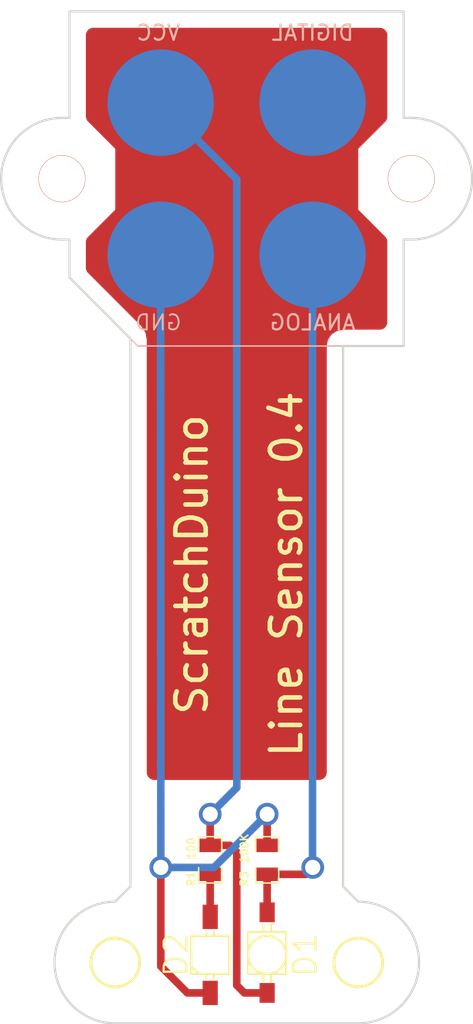
<source format=kicad_pcb>
(kicad_pcb (version 3) (host pcbnew "(2013-may-18)-stable")

  (general
    (links 7)
    (no_connects 0)
    (area 13.683999 13.9612 45.292001 81.575001)
    (thickness 1.6)
    (drawings 28)
    (tracks 31)
    (zones 0)
    (modules 7)
    (nets 5)
  )

  (page A3)
  (layers
    (15 F.Cu signal)
    (0 B.Cu signal)
    (16 B.Adhes user hide)
    (17 F.Adhes user hide)
    (18 B.Paste user)
    (19 F.Paste user)
    (20 B.SilkS user)
    (21 F.SilkS user)
    (22 B.Mask user hide)
    (23 F.Mask user hide)
    (24 Dwgs.User user hide)
    (25 Cmts.User user hide)
    (26 Eco1.User user hide)
    (27 Eco2.User user hide)
    (28 Edge.Cuts user)
  )

  (setup
    (last_trace_width 0.5)
    (trace_clearance 0.254)
    (zone_clearance 1)
    (zone_45_only no)
    (trace_min 0.254)
    (segment_width 0.2)
    (edge_width 0.15)
    (via_size 1.5)
    (via_drill 1)
    (via_min_size 0.889)
    (via_min_drill 0.508)
    (uvia_size 0.508)
    (uvia_drill 0.127)
    (uvias_allowed no)
    (uvia_min_size 0.508)
    (uvia_min_drill 0.127)
    (pcb_text_width 0.3)
    (pcb_text_size 1.5 1.5)
    (mod_edge_width 0.15)
    (mod_text_size 1.5 1.5)
    (mod_text_width 0.15)
    (pad_size 1.3 1)
    (pad_drill 0)
    (pad_to_mask_clearance 0.2)
    (aux_axis_origin 0 0)
    (visible_elements FFFFFFBF)
    (pcbplotparams
      (layerselection 284983297)
      (usegerberextensions false)
      (excludeedgelayer true)
      (linewidth 0.100000)
      (plotframeref false)
      (viasonmask false)
      (mode 1)
      (useauxorigin false)
      (hpglpennumber 1)
      (hpglpenspeed 20)
      (hpglpendiameter 15)
      (hpglpenoverlay 2)
      (psnegative false)
      (psa4output false)
      (plotreference true)
      (plotvalue true)
      (plotothertext true)
      (plotinvisibletext false)
      (padsonsilk false)
      (subtractmaskfromsilk false)
      (outputformat 1)
      (mirror false)
      (drillshape 0)
      (scaleselection 1)
      (outputdirectory PCB/))
  )

  (net 0 "")
  (net 1 N-000001)
  (net 2 N-000002)
  (net 3 N-000003)
  (net 4 N-000004)

  (net_class Default "Это класс цепей по умолчанию."
    (clearance 0.254)
    (trace_width 0.5)
    (via_dia 1.5)
    (via_drill 1)
    (uvia_dia 0.508)
    (uvia_drill 0.127)
    (add_net "")
    (add_net N-000001)
    (add_net N-000002)
    (add_net N-000003)
    (add_net N-000004)
  )

  (module NPHd3,1 (layer F.Cu) (tedit 562CFD24) (tstamp 562CFC5E)
    (at 21.5 76.5)
    (fp_text reference "" (at 0 -2.794) (layer F.SilkS)
      (effects (font (size 1 1) (thickness 0.15)))
    )
    (fp_text value "" (at 0.254 2.794) (layer F.SilkS)
      (effects (font (size 1 1) (thickness 0.15)))
    )
  )

  (module NPHd3,1 (layer F.Cu) (tedit 562CFD2A) (tstamp 562CFC64)
    (at 37.5 76.5)
    (fp_text reference "" (at 0 -2.794) (layer F.SilkS)
      (effects (font (size 1 1) (thickness 0.15)))
    )
    (fp_text value "" (at 0.254 2.794) (layer F.SilkS)
      (effects (font (size 1 1) (thickness 0.15)))
    )
  )

  (module SENSOR (layer B.Cu) (tedit 562D186A) (tstamp 562CF71F)
    (at 17.988 14.4652)
    (path /55D7A979)
    (fp_text reference P1 (at 11.43 2.54) (layer B.SilkS) hide
      (effects (font (size 1 1) (thickness 0.15)) (justify mirror))
    )
    (fp_text value "" (at 11 21) (layer B.SilkS)
      (effects (font (size 1 1) (thickness 0.15)) (justify mirror))
    )
    (fp_text user DIGITAL (at 16.51 1.905) (layer B.SilkS)
      (effects (font (size 1 1) (thickness 0.15)) (justify mirror))
    )
    (fp_text user VCC (at 6.35 1.905) (layer B.SilkS)
      (effects (font (size 1 1) (thickness 0.15)) (justify mirror))
    )
    (fp_text user ANALOG (at 16.51 20.955) (layer B.SilkS)
      (effects (font (size 1 1) (thickness 0.15)) (justify mirror))
    )
    (fp_text user GND (at 6.35 20.955) (layer B.SilkS)
      (effects (font (size 1 1) (thickness 0.125)) (justify mirror))
    )
    (fp_line (start 23 15.5) (end 22.5 15.5) (layer B.SilkS) (width 0.1))
    (fp_line (start 22.5 15.5) (end 22.5 22.5) (layer B.SilkS) (width 0.1))
    (fp_line (start 22.5 0.5) (end 22.5 7.5) (layer B.SilkS) (width 0.1))
    (fp_line (start 22.5 7.5) (end 23 7.5) (layer B.SilkS) (width 0.1))
    (fp_line (start 0 7.5) (end 0.5 7.5) (layer B.SilkS) (width 0.1))
    (fp_line (start 0.5 7.5) (end 0.5 0.5) (layer B.SilkS) (width 0.1))
    (fp_line (start 0 15.5) (end 0.5 15.5) (layer B.SilkS) (width 0.1))
    (fp_line (start 0.5 15.5) (end 0.5 17.5) (layer B.SilkS) (width 0.1))
    (fp_arc (start 23 11.5) (end 27 11.5) (angle -90) (layer B.SilkS) (width 0.1))
    (fp_arc (start 23 11.5) (end 23 15.5) (angle -90) (layer B.SilkS) (width 0.1))
    (fp_arc (start 0 11.5) (end 0 7.5) (angle -90) (layer B.SilkS) (width 0.1))
    (fp_arc (start 0 11.5) (end -4 11.5) (angle -90) (layer B.SilkS) (width 0.1))
    (fp_circle (center 0 11.5) (end 1.5 11.5) (layer B.SilkS) (width 0.1))
    (fp_circle (center 23 11.5) (end 24.5 11.5) (layer B.SilkS) (width 0.1))
    (fp_line (start 0.5 17.5) (end 0.5 18) (layer B.SilkS) (width 0.1))
    (fp_line (start 0.5 18) (end 5 22.5) (layer B.SilkS) (width 0.1))
    (fp_line (start 5 22.5) (end 22.5 22.5) (layer B.SilkS) (width 0.1))
    (fp_line (start 22.5 0.5) (end 0.5 0.5) (layer B.SilkS) (width 0.1))
    (pad 2 smd circle (at 6.5 6.5) (size 7 7)
      (layers B.Cu B.Mask)
      (net 2 N-000002)
      (solder_mask_margin 0.1)
    )
    (pad 3 smd circle (at 16.5 6.5) (size 7 7)
      (layers B.Cu B.Mask)
    )
    (pad 1 smd circle (at 6.5 16.5) (size 7 7)
      (layers B.Cu B.Mask)
      (net 3 N-000003)
    )
    (pad 4 smd circle (at 16.5 16.5) (size 7 7)
      (layers B.Cu B.Mask)
      (net 1 N-000001)
    )
    (pad "" np_thru_hole circle (at 0 11.5) (size 3.1 3.1) (drill 3)
      (layers *.Cu *.Mask B.SilkS)
    )
    (pad "" np_thru_hole circle (at 23 11.5) (size 3.1 3.1) (drill 3)
      (layers *.Cu *.Mask B.SilkS)
    )
  )

  (module SMD0805 (layer F.Cu) (tedit 562D000B) (tstamp 562CF73C)
    (at 27.75 70.75 270)
    (path /55D7A98A)
    (attr smd)
    (fp_text reference R1 (at 1.25 1.25 270) (layer F.SilkS)
      (effects (font (size 0.50038 0.50038) (thickness 0.10922)))
    )
    (fp_text value 100 (at -0.75 1.25 270) (layer F.SilkS)
      (effects (font (size 0.50038 0.50038) (thickness 0.10922)))
    )
    (fp_line (start -0.508 0.762) (end -1.524 0.762) (layer F.SilkS) (width 0.09906))
    (fp_line (start -1.524 0.762) (end -1.524 -0.762) (layer F.SilkS) (width 0.09906))
    (fp_line (start -1.524 -0.762) (end -0.508 -0.762) (layer F.SilkS) (width 0.09906))
    (fp_line (start 0.508 -0.762) (end 1.524 -0.762) (layer F.SilkS) (width 0.09906))
    (fp_line (start 1.524 -0.762) (end 1.524 0.762) (layer F.SilkS) (width 0.09906))
    (fp_line (start 1.524 0.762) (end 0.508 0.762) (layer F.SilkS) (width 0.09906))
    (pad 1 smd rect (at -0.9525 0 270) (size 0.889 1.397)
      (layers F.Cu F.Paste F.Mask)
      (net 2 N-000002)
    )
    (pad 2 smd rect (at 0.9525 0 270) (size 0.889 1.397)
      (layers F.Cu F.Paste F.Mask)
      (net 4 N-000004)
    )
    (model smd/chip_cms.wrl
      (at (xyz 0 0 0))
      (scale (xyz 0.1 0.1 0.1))
      (rotate (xyz 0 0 0))
    )
  )

  (module SMD0805 (layer F.Cu) (tedit 562CFFFF) (tstamp 562CFA3F)
    (at 31.5 70.75 90)
    (path /55D7A999)
    (attr smd)
    (fp_text reference R3 (at -1.25 -1.5 90) (layer F.SilkS)
      (effects (font (size 0.50038 0.50038) (thickness 0.10922)))
    )
    (fp_text value 100K (at 0.75 -1.5 90) (layer F.SilkS)
      (effects (font (size 0.50038 0.50038) (thickness 0.10922)))
    )
    (fp_line (start -0.508 0.762) (end -1.524 0.762) (layer F.SilkS) (width 0.09906))
    (fp_line (start -1.524 0.762) (end -1.524 -0.762) (layer F.SilkS) (width 0.09906))
    (fp_line (start -1.524 -0.762) (end -0.508 -0.762) (layer F.SilkS) (width 0.09906))
    (fp_line (start 0.508 -0.762) (end 1.524 -0.762) (layer F.SilkS) (width 0.09906))
    (fp_line (start 1.524 -0.762) (end 1.524 0.762) (layer F.SilkS) (width 0.09906))
    (fp_line (start 1.524 0.762) (end 0.508 0.762) (layer F.SilkS) (width 0.09906))
    (pad 1 smd rect (at -0.9525 0 90) (size 0.889 1.397)
      (layers F.Cu F.Paste F.Mask)
      (net 1 N-000001)
    )
    (pad 2 smd rect (at 0.9525 0 90) (size 0.889 1.397)
      (layers F.Cu F.Paste F.Mask)
      (net 3 N-000003)
    )
    (model smd/chip_cms.wrl
      (at (xyz 0 0 0))
      (scale (xyz 0.1 0.1 0.1))
      (rotate (xyz 0 0 0))
    )
  )

  (module VSMB2000 (layer F.Cu) (tedit 562CFFF2) (tstamp 562CF758)
    (at 27.75 77 90)
    (path /562CF4A9)
    (fp_text reference D2 (at 0 -2.25 90) (layer F.SilkS)
      (effects (font (size 1.5 1.5) (thickness 0.15)))
    )
    (fp_text value "" (at 0.5 2.75 90) (layer F.SilkS)
      (effects (font (size 1.5 1.5) (thickness 0.15)))
    )
    (fp_line (start -1.25 -0.75) (end -0.75 -1.25) (layer F.SilkS) (width 0.15))
    (fp_line (start -1.25 0.25) (end -1.5 0.25) (layer F.SilkS) (width 0.15))
    (fp_line (start -1.25 -0.25) (end -1.5 -0.25) (layer F.SilkS) (width 0.15))
    (fp_line (start 1.5 0.25) (end 1.25 0.25) (layer F.SilkS) (width 0.15))
    (fp_line (start 1.25 -0.25) (end 1.5 -0.25) (layer F.SilkS) (width 0.15))
    (fp_line (start -1.25 -1.25) (end 1.25 -1.25) (layer F.SilkS) (width 0.15))
    (fp_line (start 1.25 -1.25) (end 1.25 1.25) (layer F.SilkS) (width 0.15))
    (fp_line (start 1.25 1.25) (end -1.25 1.25) (layer F.SilkS) (width 0.15))
    (fp_line (start -1.25 1.25) (end -1.25 -1.25) (layer F.SilkS) (width 0.15))
    (pad 2 smd rect (at -2.5 0 90) (size 1.6 1)
      (layers F.Cu F.Paste F.Mask)
      (net 3 N-000003)
    )
    (pad 1 smd rect (at 2.5 0 90) (size 1.6 1)
      (layers F.Cu F.Paste F.Mask)
      (net 4 N-000004)
    )
    (pad "" np_thru_hole circle (at 0 0 90) (size 2.1 2.1) (drill 2.1)
      (layers *.Cu *.Mask F.SilkS)
    )
  )

  (module TEMD1000 (layer F.Cu) (tedit 562CFFF0) (tstamp 562CF768)
    (at 31.5 77 90)
    (path /562CF4B8)
    (fp_text reference D1 (at 0 2.5 90) (layer F.SilkS)
      (effects (font (size 1.5 1.5) (thickness 0.15)))
    )
    (fp_text value "" (at 0.5 2.75 90) (layer F.SilkS)
      (effects (font (size 1.5 1.5) (thickness 0.15)))
    )
    (fp_circle (center 0 0) (end 1 -0.75) (layer F.SilkS) (width 0.15))
    (fp_line (start 2 0.25) (end 1.5 0.25) (layer F.SilkS) (width 0.15))
    (fp_line (start 1.5 -0.25) (end 2 -0.25) (layer F.SilkS) (width 0.15))
    (fp_line (start -1.25 0.25) (end -1.75 0.25) (layer F.SilkS) (width 0.15))
    (fp_line (start -1.75 -0.25) (end -1.25 -0.25) (layer F.SilkS) (width 0.15))
    (fp_line (start -1.25 -1.25) (end 1.5 -1.25) (layer F.SilkS) (width 0.15))
    (fp_line (start 1.5 -1.25) (end 1.5 1.25) (layer F.SilkS) (width 0.15))
    (fp_line (start 1.5 1.25) (end -1.25 1.25) (layer F.SilkS) (width 0.15))
    (fp_line (start -1.25 1.25) (end -1.25 -1.25) (layer F.SilkS) (width 0.15))
    (pad 2 smd rect (at -2.5 0 90) (size 1.3 1)
      (layers F.Cu F.Paste F.Mask)
      (net 2 N-000002)
    )
    (pad 1 smd rect (at 2.8 0 90) (size 1.3 1)
      (layers F.Cu F.Paste F.Mask)
      (net 1 N-000001)
    )
    (pad "" np_thru_hole circle (at 0 0 90) (size 2.1 2.1) (drill 2.1)
      (layers *.Cu *.Mask F.SilkS)
    )
  )

  (gr_line (start 36.5 72.5) (end 36.5 37) (angle 90) (layer Edge.Cuts) (width 0.15))
  (gr_line (start 22.5 72.5) (end 22.5 36.5) (angle 90) (layer Edge.Cuts) (width 0.15))
  (gr_line (start 21.5 81.5) (end 37.5 81.5) (angle 90) (layer Edge.Cuts) (width 0.15))
  (gr_circle (center 21.5 77.5) (end 22.5 76.25) (layer F.SilkS) (width 0.2))
  (gr_circle (center 37.5 77.5) (end 38.5 76.25) (layer F.SilkS) (width 0.2))
  (gr_line (start 22.5 72.5) (end 21.5 73.5) (angle 90) (layer Edge.Cuts) (width 0.15))
  (gr_line (start 36.5 72.5) (end 37.5 73.5) (angle 90) (layer Edge.Cuts) (width 0.15))
  (gr_arc (start 37.5 77.5) (end 41.5 77.5) (angle 90) (layer Edge.Cuts) (width 0.15))
  (gr_arc (start 37.5 77.5) (end 37.5 73.5) (angle 90) (layer Edge.Cuts) (width 0.15))
  (gr_arc (start 21.5 77.5) (end 21.5 81.5) (angle 90) (layer Edge.Cuts) (width 0.15))
  (gr_arc (start 21.5 77.5) (end 17.5 77.5) (angle 90) (layer Edge.Cuts) (width 0.15))
  (gr_text "Line Sensor 0.4" (at 32.766 51.9752 90) (layer F.SilkS)
    (effects (font (size 2 2) (thickness 0.3)))
  )
  (gr_text ScratchDuino (at 26.543 51.3402 90) (layer F.SilkS)
    (effects (font (size 2 2) (thickness 0.3)))
  )
  (gr_line (start 22.488 36.4652) (end 18.488 32.4652) (angle 90) (layer Edge.Cuts) (width 0.15))
  (gr_line (start 18.488 29.9652) (end 18.488 32.4652) (angle 90) (layer Edge.Cuts) (width 0.15))
  (gr_line (start 17.988 29.9652) (end 18.488 29.9652) (angle 90) (layer Edge.Cuts) (width 0.15))
  (gr_line (start 40.488 36.9652) (end 36.488 36.9652) (angle 90) (layer Edge.Cuts) (width 0.15))
  (gr_line (start 40.488 29.9652) (end 40.488 36.9652) (angle 90) (layer Edge.Cuts) (width 0.15))
  (gr_line (start 41.088 29.9652) (end 40.488 29.9652) (angle 90) (layer Edge.Cuts) (width 0.15))
  (gr_line (start 40.488 21.9652) (end 40.988 21.9652) (angle 90) (layer Edge.Cuts) (width 0.15))
  (gr_line (start 40.488 14.9652) (end 40.488 21.9652) (angle 90) (layer Edge.Cuts) (width 0.15))
  (gr_line (start 18.488 14.9652) (end 40.488 14.9652) (angle 90) (layer Edge.Cuts) (width 0.15))
  (gr_line (start 18.488 21.9652) (end 18.488 14.9652) (angle 90) (layer Edge.Cuts) (width 0.15))
  (gr_line (start 17.888 21.9652) (end 18.488 21.9652) (angle 90) (layer Edge.Cuts) (width 0.15))
  (gr_arc (start 40.988 25.9652) (end 44.988 25.9652) (angle -90) (layer Edge.Cuts) (width 0.15))
  (gr_arc (start 40.988 25.9652) (end 41.088 29.9652) (angle -90) (layer Edge.Cuts) (width 0.15))
  (gr_arc (start 17.988 25.9652) (end 17.888 21.9652) (angle -90) (layer Edge.Cuts) (width 0.15))
  (gr_arc (start 17.988 25.9652) (end 13.988 25.9652) (angle -90) (layer Edge.Cuts) (width 0.15))

  (segment (start 31.5 71.7025) (end 34.0475 71.7025) (width 0.5) (layer F.Cu) (net 1))
  (segment (start 34.488 71.25) (end 34.488 54) (width 0.5) (layer B.Cu) (net 1) (tstamp 561E70C6))
  (segment (start 34.5 71.25) (end 34.488 71.25) (width 0.5) (layer B.Cu) (net 1) (tstamp 562CF9B8))
  (via (at 34.5 71.25) (size 1.5) (layers F.Cu B.Cu) (net 1))
  (segment (start 34.0475 71.7025) (end 34.5 71.25) (width 0.5) (layer F.Cu) (net 1) (tstamp 562CFC75))
  (segment (start 31.5 74.2) (end 31.55 74.2) (width 0.5) (layer F.Cu) (net 1))
  (segment (start 31.5 74.2) (end 31.5 71.7025) (width 0.5) (layer F.Cu) (net 1))
  (segment (start 34.488 54) (end 34.488 30.9652) (width 0.5) (layer B.Cu) (net 1))
  (segment (start 34.488 53.9652) (end 34.488 54) (width 0.5) (layer B.Cu) (net 1) (tstamp 55D8E5FF))
  (segment (start 31.5 79.5) (end 30 79.5) (width 0.5) (layer F.Cu) (net 2))
  (segment (start 29.0475 69.7975) (end 27.75 69.7975) (width 0.5) (layer F.Cu) (net 2) (tstamp 562CFAA4))
  (segment (start 29.5 70.25) (end 29.0475 69.7975) (width 0.5) (layer F.Cu) (net 2) (tstamp 562CFAA0))
  (segment (start 29.5 78.25) (end 29.5 70.25) (width 0.5) (layer F.Cu) (net 2) (tstamp 562CFA9C))
  (segment (start 29.5 79) (end 29.5 78.25) (width 0.5) (layer F.Cu) (net 2) (tstamp 562CFFCE))
  (segment (start 30 79.5) (end 29.5 79) (width 0.5) (layer F.Cu) (net 2) (tstamp 562CFFCB))
  (segment (start 24.488 20.9652) (end 24.488 20.988) (width 0.5) (layer B.Cu) (net 2))
  (via (at 27.75 67.75) (size 1.5) (layers F.Cu B.Cu) (net 2))
  (segment (start 27.75 67.75) (end 27.75 69.7975) (width 0.5) (layer F.Cu) (net 2))
  (segment (start 29.5 66) (end 27.75 67.75) (width 0.5) (layer B.Cu) (net 2) (tstamp 562CFB2E))
  (segment (start 29.5 26) (end 29.5 66) (width 0.5) (layer B.Cu) (net 2) (tstamp 562CFB28))
  (segment (start 24.488 20.988) (end 29.5 26) (width 0.5) (layer B.Cu) (net 2) (tstamp 562CFB1F))
  (segment (start 27.75 79.5) (end 26.25 79.5) (width 0.5) (layer F.Cu) (net 3))
  (via (at 24.5 71.25) (size 1.5) (layers F.Cu B.Cu) (net 3))
  (segment (start 24.5 77.75) (end 24.5 71.25) (width 0.5) (layer F.Cu) (net 3) (tstamp 562CFB6B))
  (segment (start 26.25 79.5) (end 24.5 77.75) (width 0.5) (layer F.Cu) (net 3) (tstamp 562CFB60))
  (segment (start 31.5 67.75) (end 28 71.25) (width 0.5) (layer B.Cu) (net 3))
  (segment (start 24.488 30.9652) (end 24.5 71.25) (width 0.5) (layer B.Cu) (net 3))
  (via (at 31.5 67.75) (size 1.5) (layers F.Cu B.Cu) (net 3))
  (segment (start 31.5 67.75) (end 31.5 69.7975) (width 0.5) (layer F.Cu) (net 3))
  (segment (start 28 71.25) (end 24.5 71.25) (width 0.5) (layer B.Cu) (net 3) (tstamp 562CFB46))
  (segment (start 27.75 74.5) (end 27.75 71.7025) (width 0.5) (layer F.Cu) (net 4))

  (zone (net 0) (net_name "") (layer F.Cu) (tstamp 562CFD91) (hatch edge 0.508)
    (connect_pads (clearance 1))
    (min_thickness 1)
    (fill (arc_segments 16) (thermal_gap 1) (thermal_bridge_width 1.2))
    (polygon
      (pts
        (xy 40.5 37) (xy 36.5 37) (xy 36.5 64.5) (xy 35.5 65.5) (xy 23.5 65.5)
        (xy 22.5 64.5) (xy 22.5 36.5) (xy 18.5 32.5) (xy 18.5 30) (xy 19.5 30)
        (xy 21.5 28) (xy 21.5 24) (xy 19.5 22) (xy 18.5 22) (xy 18.5 15)
        (xy 40.5 15) (xy 40.5 22) (xy 39.5 22) (xy 37.5 24) (xy 37.5 28)
        (xy 39.5 30) (xy 40.5 30)
      )
    )
    (filled_polygon
      (pts
        (xy 38.913 35.3902) (xy 36.488 35.3902) (xy 35.885274 35.51009) (xy 35.374307 35.851507) (xy 35.03289 36.362474)
        (xy 34.913 36.9652) (xy 34.925 37.025527) (xy 34.925 65) (xy 24.075 65) (xy 24.075 36.5)
        (xy 23.95511 35.897274) (xy 23.94788 35.886453) (xy 23.94311 35.862473) (xy 23.601693 35.351507) (xy 20.063 31.812814)
        (xy 20.063 30.144107) (xy 22 28.207107) (xy 22 23.792893) (xy 20.063 21.855893) (xy 20.063 16.5402)
        (xy 38.913 16.5402) (xy 38.913 21.879893) (xy 37 23.792893) (xy 37 28.207107) (xy 38.913 30.120107)
        (xy 38.913 35.3902)
      )
    )
  )
)

</source>
